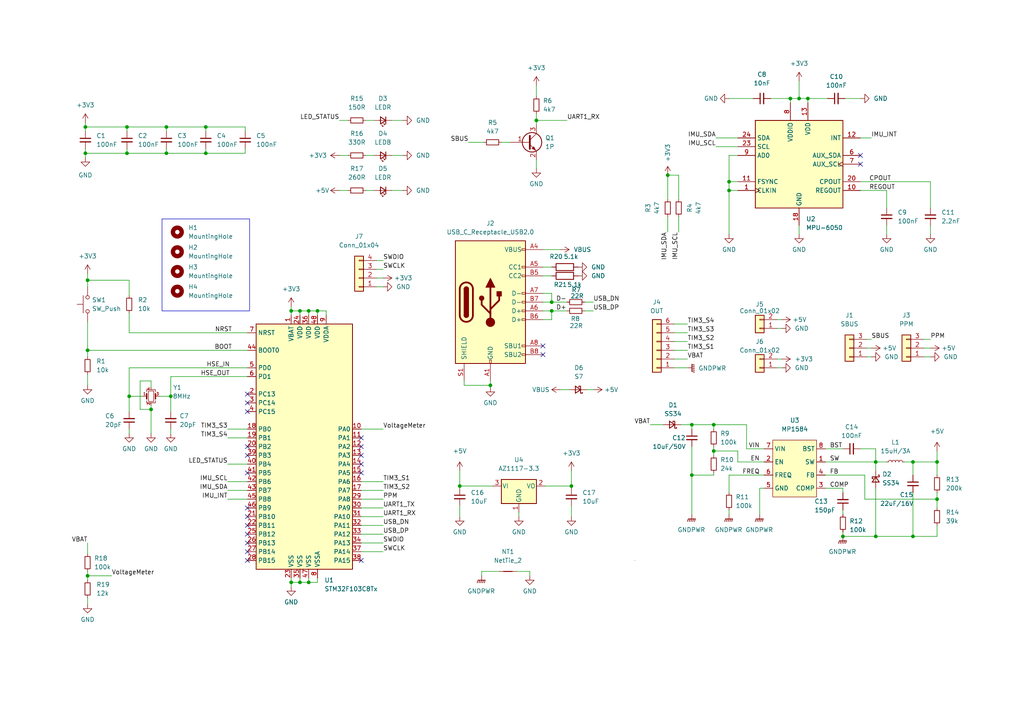
<source format=kicad_sch>
(kicad_sch (version 20250114) (generator "eeschema") (generator_version "9.0")
  (paper "A4")
  (title_block (title "Waifu FC 2.0"))
  (rectangle (start 46.99 63.5) (end 72.39 90.17))
  (junction (at 25.4 81.28))
  (junction (at 25.4 167.005))
  (junction (at 207.01 123.19))
  (junction (at 231.775 28.575))
  (junction (at 207.01 130.81))
  (junction (at 165.735 140.97))
  (junction (at 155.575 34.925))
  (junction (at 25.4 101.6))
  (junction (at 142.24 111.76))
  (junction (at 59.69 44.45))
  (junction (at 24.765 36.83))
  (junction (at 264.795 155.575))
  (junction (at 200.66 137.795))
  (junction (at 84.455 90.17))
  (junction (at 86.995 90.17))
  (junction (at 244.475 155.575))
  (junction (at 193.675 50.8))
  (junction (at 49.53 114.935))
  (junction (at 84.455 168.91))
  (junction (at 254 133.985))
  (junction (at 59.69 36.83))
  (junction (at 24.765 44.45))
  (junction (at 92.075 90.17))
  (junction (at 48.26 36.83))
  (junction (at 160.02 90.17))
  (junction (at 211.455 55.245))
  (junction (at 36.83 44.45))
  (junction (at 234.315 28.575))
  (junction (at 48.26 44.45))
  (junction (at 200.66 123.19))
  (junction (at 271.78 133.985))
  (junction (at 86.995 168.91))
  (junction (at 89.535 168.91))
  (junction (at 37.465 114.935))
  (junction (at 89.535 90.17))
  (junction (at 229.235 28.575))
  (junction (at 264.795 133.985))
  (junction (at 271.78 144.78))
  (junction (at 43.815 118.745))
  (junction (at 254 155.575))
  (junction (at 211.455 52.705))
  (junction (at 160.02 87.63))
  (junction (at 133.35 140.97))
  (junction (at 36.83 36.83))
  (no_connect (at 104.775 134.62))
  (no_connect (at 104.775 137.16))
  (no_connect (at 71.755 129.54))
  (no_connect (at 71.755 132.08))
  (no_connect (at 71.755 137.16))
  (no_connect (at 71.755 147.32))
  (no_connect (at 104.775 132.08))
  (no_connect (at 71.755 152.4))
  (no_connect (at 71.755 160.02))
  (no_connect (at 104.775 129.54))
  (no_connect (at 71.755 157.48))
  (no_connect (at 71.755 149.86))
  (no_connect (at 104.775 162.56))
  (no_connect (at 104.775 127))
  (no_connect (at 157.48 100.33))
  (no_connect (at 157.48 102.87))
  (no_connect (at 249.555 45.085))
  (no_connect (at 249.555 47.625))
  (no_connect (at 71.755 162.56))
  (no_connect (at 71.755 119.38))
  (no_connect (at 71.755 116.84))
  (no_connect (at 71.755 114.3))
  (no_connect (at 71.755 154.94))
  (wire (pts (xy 170.18 113.03) (xy 172.085 113.03)))
  (wire (pts (xy 86.995 168.91) (xy 89.535 168.91)))
  (wire (pts (xy 66.04 144.78) (xy 71.755 144.78)))
  (wire (pts (xy 200.66 137.795) (xy 200.66 149.225)))
  (wire (pts (xy 257.175 65.405) (xy 257.175 67.945)))
  (wire (pts (xy 104.775 160.02) (xy 111.125 160.02)))
  (wire (pts (xy 84.455 88.9) (xy 84.455 90.17)))
  (wire (pts (xy 155.575 46.355) (xy 155.575 48.895)))
  (wire (pts (xy 59.69 44.45) (xy 71.12 44.45)))
  (wire (pts (xy 84.455 167.64) (xy 84.455 168.91)))
  (wire (pts (xy 86.995 90.17) (xy 89.535 90.17)))
  (wire (pts (xy 195.58 101.6) (xy 199.39 101.6)))
  (wire (pts (xy 48.26 43.18) (xy 48.26 44.45)))
  (wire (pts (xy 59.69 36.83) (xy 71.12 36.83)))
  (wire (pts (xy 98.425 45.085) (xy 100.965 45.085)))
  (wire (pts (xy 37.465 96.52) (xy 71.755 96.52)))
  (wire (pts (xy 157.48 87.63) (xy 160.02 87.63)))
  (wire (pts (xy 104.775 144.78) (xy 111.125 144.78)))
  (wire (pts (xy 104.775 154.94) (xy 111.125 154.94)))
  (wire (pts (xy 149.86 165.735) (xy 153.67 165.735)))
  (wire (pts (xy 104.775 124.46) (xy 111.125 124.46)))
  (wire (pts (xy 271.78 155.575) (xy 264.795 155.575)))
  (wire (pts (xy 207.645 40.005) (xy 213.995 40.005)))
  (wire (pts (xy 254 155.575) (xy 244.475 155.575)))
  (wire (pts (xy 113.665 34.925) (xy 116.84 34.925)))
  (wire (pts (xy 25.4 173.355) (xy 25.4 175.26)))
  (wire (pts (xy 92.075 168.91) (xy 92.075 167.64)))
  (wire (pts (xy 133.35 146.685) (xy 133.35 149.86)))
  (wire (pts (xy 25.4 157.48) (xy 25.4 160.655)))
  (wire (pts (xy 49.53 109.22) (xy 71.755 109.22)))
  (wire (pts (xy 155.575 34.925) (xy 155.575 36.195)))
  (wire (pts (xy 160.02 92.71) (xy 160.02 90.17)))
  (wire (pts (xy 193.675 67.31) (xy 193.675 62.865)))
  (wire (pts (xy 267.97 100.965) (xy 269.875 100.965)))
  (wire (pts (xy 267.97 103.505) (xy 269.875 103.505)))
  (wire (pts (xy 250.825 144.78) (xy 271.78 144.78)))
  (wire (pts (xy 113.665 55.245) (xy 116.84 55.245)))
  (wire (pts (xy 249.555 55.245) (xy 257.175 55.245)))
  (wire (pts (xy 211.455 28.575) (xy 218.44 28.575)))
  (wire (pts (xy 225.425 106.68) (xy 226.695 106.68)))
  (wire (pts (xy 169.545 90.17) (xy 172.085 90.17)))
  (wire (pts (xy 139.7 165.735) (xy 139.7 167.005)))
  (wire (pts (xy 40.64 110.49) (xy 40.64 118.745)))
  (wire (pts (xy 162.56 113.03) (xy 165.1 113.03)))
  (wire (pts (xy 211.455 45.085) (xy 211.455 52.705)))
  (wire (pts (xy 48.26 36.83) (xy 48.26 38.1)))
  (wire (pts (xy 271.78 144.78) (xy 271.78 147.32)))
  (wire (pts (xy 264.795 133.985) (xy 271.78 133.985)))
  (wire (pts (xy 25.4 101.6) (xy 25.4 103.505)))
  (wire (pts (xy 207.01 137.16) (xy 207.01 137.795)))
  (wire (pts (xy 71.12 44.45) (xy 71.12 43.18)))
  (wire (pts (xy 106.045 45.085) (xy 108.585 45.085)))
  (wire (pts (xy 48.26 44.45) (xy 59.69 44.45)))
  (wire (pts (xy 25.4 167.005) (xy 32.385 167.005)))
  (wire (pts (xy 113.665 45.085) (xy 116.84 45.085)))
  (wire (pts (xy 40.64 118.745) (xy 43.815 118.745)))
  (wire (pts (xy 234.315 29.845) (xy 234.315 28.575)))
  (wire (pts (xy 197.485 123.19) (xy 200.66 123.19)))
  (wire (pts (xy 271.78 133.985) (xy 271.78 137.795)))
  (wire (pts (xy 254 130.175) (xy 254 133.985)))
  (wire (pts (xy 43.815 112.395) (xy 43.815 110.49)))
  (wire (pts (xy 213.995 133.985) (xy 213.995 130.81)))
  (wire (pts (xy 43.815 117.475) (xy 43.815 118.745)))
  (wire (pts (xy 135.89 41.275) (xy 140.335 41.275)))
  (wire (pts (xy 269.875 52.705) (xy 269.875 60.325)))
  (wire (pts (xy 245.11 28.575) (xy 249.555 28.575)))
  (wire (pts (xy 25.4 81.28) (xy 37.465 81.28)))
  (wire (pts (xy 221.615 133.985) (xy 213.995 133.985)))
  (wire (pts (xy 271.78 152.4) (xy 271.78 155.575)))
  (wire (pts (xy 24.765 44.45) (xy 24.765 45.72)))
  (wire (pts (xy 165.735 140.97) (xy 165.735 141.605)))
  (wire (pts (xy 160.02 85.09) (xy 160.02 87.63)))
  (wire (pts (xy 220.345 149.225) (xy 220.345 141.605)))
  (wire (pts (xy 262.255 133.985) (xy 264.795 133.985)))
  (wire (pts (xy 37.465 125.73) (xy 37.465 124.46)))
  (wire (pts (xy 84.455 168.91) (xy 86.995 168.91)))
  (wire (pts (xy 157.48 92.71) (xy 160.02 92.71)))
  (wire (pts (xy 133.35 136.525) (xy 133.35 140.97)))
  (wire (pts (xy 155.575 34.925) (xy 164.465 34.925)))
  (wire (pts (xy 231.775 28.575) (xy 234.315 28.575)))
  (wire (pts (xy 36.83 36.83) (xy 36.83 38.1)))
  (wire (pts (xy 36.83 36.83) (xy 48.26 36.83)))
  (wire (pts (xy 86.995 90.17) (xy 86.995 91.44)))
  (wire (pts (xy 155.575 24.765) (xy 155.575 27.94)))
  (wire (pts (xy 229.235 29.845) (xy 229.235 28.575)))
  (wire (pts (xy 134.62 111.76) (xy 142.24 111.76)))
  (wire (pts (xy 49.53 114.935) (xy 49.53 109.22)))
  (wire (pts (xy 195.58 106.68) (xy 199.39 106.68)))
  (wire (pts (xy 271.78 142.875) (xy 271.78 144.78)))
  (wire (pts (xy 207.01 137.795) (xy 200.66 137.795)))
  (wire (pts (xy 200.66 123.19) (xy 207.01 123.19)))
  (wire (pts (xy 37.465 106.68) (xy 71.755 106.68)))
  (wire (pts (xy 66.04 142.24) (xy 71.755 142.24)))
  (wire (pts (xy 239.395 130.175) (xy 244.475 130.175)))
  (wire (pts (xy 169.545 87.63) (xy 172.085 87.63)))
  (wire (pts (xy 200.66 123.19) (xy 200.66 124.46)))
  (wire (pts (xy 211.455 137.795) (xy 211.455 142.875)))
  (wire (pts (xy 66.04 139.7) (xy 71.755 139.7)))
  (wire (pts (xy 59.69 43.18) (xy 59.69 44.45)))
  (wire (pts (xy 150.495 148.59) (xy 150.495 149.86)))
  (wire (pts (xy 225.425 92.71) (xy 226.695 92.71)))
  (wire (pts (xy 104.775 139.7) (xy 111.125 139.7)))
  (wire (pts (xy 37.465 114.935) (xy 41.275 114.935)))
  (wire (pts (xy 142.24 110.49) (xy 142.24 111.76)))
  (wire (pts (xy 106.045 55.245) (xy 108.585 55.245)))
  (wire (pts (xy 37.465 114.935) (xy 37.465 106.68)))
  (wire (pts (xy 36.83 43.18) (xy 36.83 44.45)))
  (wire (pts (xy 195.58 99.06) (xy 199.39 99.06)))
  (wire (pts (xy 43.815 110.49) (xy 40.64 110.49)))
  (wire (pts (xy 244.475 154.305) (xy 244.475 155.575)))
  (wire (pts (xy 25.4 79.375) (xy 25.4 81.28)))
  (wire (pts (xy 59.69 36.83) (xy 59.69 38.1)))
  (wire (pts (xy 25.4 101.6) (xy 71.755 101.6)))
  (wire (pts (xy 207.645 42.545) (xy 213.995 42.545)))
  (wire (pts (xy 249.555 130.175) (xy 254 130.175)))
  (wire (pts (xy 89.535 168.91) (xy 92.075 168.91)))
  (wire (pts (xy 84.455 90.17) (xy 86.995 90.17)))
  (wire (pts (xy 104.775 142.24) (xy 111.125 142.24)))
  (wire (pts (xy 200.66 129.54) (xy 200.66 137.795)))
  (wire (pts (xy 144.78 165.735) (xy 139.7 165.735)))
  (wire (pts (xy 264.795 142.875) (xy 264.795 155.575)))
  (wire (pts (xy 196.85 50.8) (xy 193.675 50.8)))
  (wire (pts (xy 207.01 123.19) (xy 216.535 123.19)))
  (wire (pts (xy 106.045 34.925) (xy 108.585 34.925)))
  (wire (pts (xy 89.535 167.64) (xy 89.535 168.91)))
  (wire (pts (xy 109.22 78.105) (xy 111.125 78.105)))
  (wire (pts (xy 104.775 157.48) (xy 111.125 157.48)))
  (wire (pts (xy 157.48 85.09) (xy 160.02 85.09)))
  (wire (pts (xy 104.775 147.32) (xy 111.125 147.32)))
  (wire (pts (xy 89.535 90.17) (xy 89.535 91.44)))
  (wire (pts (xy 109.22 80.645) (xy 111.125 80.645)))
  (wire (pts (xy 66.04 134.62) (xy 71.755 134.62)))
  (wire (pts (xy 157.48 77.47) (xy 160.02 77.47)))
  (wire (pts (xy 211.455 147.955) (xy 211.455 149.225)))
  (wire (pts (xy 244.475 141.605) (xy 244.475 142.875)))
  (wire (pts (xy 234.315 28.575) (xy 240.03 28.575)))
  (wire (pts (xy 249.555 52.705) (xy 269.875 52.705)))
  (wire (pts (xy 142.875 140.97) (xy 133.35 140.97)))
  (wire (pts (xy 207.01 129.54) (xy 207.01 130.81)))
  (wire (pts (xy 133.35 140.97) (xy 133.35 141.605)))
  (wire (pts (xy 195.58 96.52) (xy 199.39 96.52)))
  (wire (pts (xy 271.78 130.81) (xy 271.78 133.985)))
  (wire (pts (xy 157.48 80.01) (xy 160.02 80.01)))
  (wire (pts (xy 160.02 90.17) (xy 164.465 90.17)))
  (wire (pts (xy 25.4 167.005) (xy 25.4 168.275)))
  (wire (pts (xy 25.4 165.735) (xy 25.4 167.005)))
  (wire (pts (xy 223.52 28.575) (xy 229.235 28.575)))
  (wire (pts (xy 225.425 95.25) (xy 226.695 95.25)))
  (wire (pts (xy 160.02 87.63) (xy 164.465 87.63)))
  (wire (pts (xy 220.345 141.605) (xy 221.615 141.605)))
  (wire (pts (xy 239.395 141.605) (xy 244.475 141.605)))
  (wire (pts (xy 251.46 103.505) (xy 252.73 103.505)))
  (wire (pts (xy 24.765 36.83) (xy 36.83 36.83)))
  (wire (pts (xy 98.425 55.245) (xy 100.965 55.245)))
  (wire (pts (xy 142.24 111.76) (xy 142.24 112.395)))
  (wire (pts (xy 211.455 55.245) (xy 211.455 67.945)))
  (wire (pts (xy 264.795 155.575) (xy 254 155.575)))
  (wire (pts (xy 48.26 36.83) (xy 59.69 36.83)))
  (wire (pts (xy 153.67 165.735) (xy 153.67 167.005)))
  (polyline (pts (xy 184.15 162.56) (xy 184.15 162.56)) (stroke (width 0) (type dash)))
  (wire (pts (xy 66.04 127) (xy 71.755 127)))
  (wire (pts (xy 254 133.985) (xy 254 136.525)))
  (wire (pts (xy 250.825 137.795) (xy 250.825 144.78)))
  (wire (pts (xy 213.995 130.81) (xy 207.01 130.81)))
  (wire (pts (xy 104.775 152.4) (xy 111.125 152.4)))
  (wire (pts (xy 196.85 67.31) (xy 196.85 62.865)))
  (wire (pts (xy 49.53 125.73) (xy 49.53 124.46)))
  (wire (pts (xy 188.595 123.19) (xy 192.405 123.19)))
  (wire (pts (xy 249.555 40.005) (xy 252.73 40.005)))
  (wire (pts (xy 251.46 98.425) (xy 252.73 98.425)))
  (wire (pts (xy 207.01 130.81) (xy 207.01 132.08)))
  (wire (pts (xy 92.075 90.17) (xy 92.075 91.44)))
  (wire (pts (xy 251.46 100.965) (xy 252.73 100.965)))
  (wire (pts (xy 36.83 44.45) (xy 48.26 44.45)))
  (wire (pts (xy 37.465 81.28) (xy 37.465 85.725)))
  (wire (pts (xy 165.735 136.525) (xy 165.735 140.97)))
  (wire (pts (xy 158.115 140.97) (xy 165.735 140.97)))
  (wire (pts (xy 157.48 90.17) (xy 160.02 90.17)))
  (wire (pts (xy 86.995 167.64) (xy 86.995 168.91)))
  (wire (pts (xy 195.58 104.14) (xy 199.39 104.14)))
  (wire (pts (xy 66.04 124.46) (xy 71.755 124.46)))
  (wire (pts (xy 221.615 137.795) (xy 211.455 137.795)))
  (wire (pts (xy 24.765 36.83) (xy 24.765 38.1)))
  (wire (pts (xy 157.48 72.39) (xy 162.56 72.39)))
  (wire (pts (xy 24.765 43.18) (xy 24.765 44.45)))
  (wire (pts (xy 25.4 81.28) (xy 25.4 83.185)))
  (wire (pts (xy 254 133.985) (xy 257.175 133.985)))
  (wire (pts (xy 24.765 35.56) (xy 24.765 36.83)))
  (wire (pts (xy 98.425 34.925) (xy 100.965 34.925)))
  (wire (pts (xy 239.395 137.795) (xy 250.825 137.795)))
  (wire (pts (xy 225.425 104.14) (xy 226.695 104.14)))
  (wire (pts (xy 196.85 57.785) (xy 196.85 50.8)))
  (wire (pts (xy 155.575 33.02) (xy 155.575 34.925)))
  (wire (pts (xy 46.355 114.935) (xy 49.53 114.935)))
  (wire (pts (xy 193.675 57.785) (xy 193.675 50.8)))
  (wire (pts (xy 89.535 90.17) (xy 92.075 90.17)))
  (wire (pts (xy 244.475 147.955) (xy 244.475 149.225)))
  (wire (pts (xy 134.62 110.49) (xy 134.62 111.76)))
  (wire (pts (xy 211.455 52.705) (xy 211.455 55.245)))
  (wire (pts (xy 24.765 44.45) (xy 36.83 44.45)))
  (wire (pts (xy 211.455 52.705) (xy 213.995 52.705)))
  (wire (pts (xy 71.12 36.83) (xy 71.12 38.1)))
  (wire (pts (xy 213.995 45.085) (xy 211.455 45.085)))
  (wire (pts (xy 84.455 90.17) (xy 84.455 91.44)))
  (wire (pts (xy 25.4 93.345) (xy 25.4 101.6)))
  (wire (pts (xy 229.235 28.575) (xy 231.775 28.575)))
  (wire (pts (xy 49.53 114.935) (xy 49.53 119.38)))
  (wire (pts (xy 165.735 146.685) (xy 165.735 149.86)))
  (wire (pts (xy 43.815 118.745) (xy 43.815 125.73)))
  (wire (pts (xy 216.535 130.175) (xy 221.615 130.175)))
  (wire (pts (xy 231.775 65.405) (xy 231.775 67.945)))
  (wire (pts (xy 211.455 55.245) (xy 213.995 55.245)))
  (wire (pts (xy 145.415 41.275) (xy 147.955 41.275)))
  (wire (pts (xy 257.175 55.245) (xy 257.175 60.325)))
  (wire (pts (xy 94.615 90.17) (xy 94.615 91.44)))
  (wire (pts (xy 267.97 98.425) (xy 269.875 98.425)))
  (wire (pts (xy 207.01 123.19) (xy 207.01 124.46)))
  (wire (pts (xy 37.465 90.805) (xy 37.465 96.52)))
  (wire (pts (xy 239.395 133.985) (xy 254 133.985)))
  (wire (pts (xy 254 141.605) (xy 254 155.575)))
  (wire (pts (xy 231.775 23.495) (xy 231.775 28.575)))
  (wire (pts (xy 37.465 119.38) (xy 37.465 114.935)))
  (wire (pts (xy 195.58 93.98) (xy 199.39 93.98)))
  (wire (pts (xy 104.775 149.86) (xy 111.125 149.86)))
  (wire (pts (xy 109.22 75.565) (xy 111.125 75.565)))
  (wire (pts (xy 109.22 83.185) (xy 111.125 83.185)))
  (wire (pts (xy 269.875 65.405) (xy 269.875 67.945)))
  (wire (pts (xy 84.455 168.91) (xy 84.455 170.18)))
  (wire (pts (xy 216.535 123.19) (xy 216.535 130.175)))
  (wire (pts (xy 264.795 133.985) (xy 264.795 137.795)))
  (wire (pts (xy 92.075 90.17) (xy 94.615 90.17)))
  (wire (pts (xy 25.4 108.585) (xy 25.4 111.76)))
  (label "IMU_SDA" (at 207.645 40.005 180))
  (label "IMU_SDA" (at 66.04 142.24 180))
  (label "LED_STATUS" (at 98.425 34.925 180))
  (label "UART1_TX" (at 111.125 147.32 0))
  (label "BST" (at 240.665 130.175 0))
  (label "IMU_SCL" (at 196.85 67.31 270))
  (label "IMU_INT" (at 252.73 40.005 0))
  (label "TIM3_S1" (at 111.125 139.7 0))
  (label "VBAT" (at 188.595 123.19 180))
  (label "VIN" (at 220.345 130.175 180))
  (label "SWDIO" (at 111.125 157.48 0))
  (label "VBAT" (at 25.4 157.48 180))
  (label "SBUS" (at 135.89 41.275 180))
  (label "UART1_RX" (at 164.465 34.925 0))
  (label "TIM3_S3" (at 66.04 124.46 180))
  (label "TIM3_S2" (at 111.125 142.24 0))
  (label "NRST" (at 67.31 96.52 180))
  (label "IMU_SCL" (at 207.645 42.545 180))
  (label "PPM" (at 269.875 98.425 0))
  (label "COMP" (at 240.665 141.605 0))
  (label "D-" (at 161.29 87.63 0))
  (label "BOOT" (at 67.31 101.6 180))
  (label "USB_DP" (at 172.085 90.17 0))
  (label "SW" (at 240.665 133.985 0))
  (label "SWCLK" (at 111.125 160.02 0))
  (label "TIM3_S3" (at 199.39 96.52 0))
  (label "FREQ" (at 220.345 137.795 180))
  (label "SBUS" (at 252.73 98.425 0))
  (label "REGOUT" (at 252.095 55.245 0))
  (label "LED_STATUS" (at 66.04 134.62 180))
  (label "D+" (at 161.29 90.17 0))
  (label "PPM" (at 111.125 144.78 0))
  (label "FB" (at 240.665 137.795 0))
  (label "IMU_INT" (at 66.04 144.78 180))
  (label "TIM3_S1" (at 199.39 101.6 0))
  (label "VoltageMeter" (at 111.125 124.46 0))
  (label "TIM3_S2" (at 199.39 99.06 0))
  (label "USB_DP" (at 111.125 154.94 0))
  (label "VoltageMeter" (at 32.385 167.005 0))
  (label "SWDIO" (at 111.125 75.565 0))
  (label "USB_DN" (at 111.125 152.4 0))
  (label "SWCLK" (at 111.125 78.105 0))
  (label "VBAT" (at 199.39 104.14 0))
  (label "IMU_SCL" (at 66.04 139.7 180))
  (label "USB_DN" (at 172.085 87.63 0))
  (label "IMU_SDA" (at 193.675 67.31 270))
  (label "UART1_RX" (at 111.125 149.86 0))
  (label "HSE_OUT" (at 66.675 109.22 180))
  (label "CPOUT" (at 252.095 52.705 0))
  (label "TIM3_S4" (at 66.04 127 180))
  (label "TIM3_S4" (at 199.39 93.98 0))
  (label "EN" (at 220.345 133.985 180))
  (label "HSE_IN" (at 66.675 106.68 180))
  (symbol (lib_id "power:GND") (at 150.495 149.86 0) (unit 1)
    (property "Reference" "#PWR031" (effects (hide yes)))
    (property "Value" "GND" (at 150.495 154.305 0))
  )
  (symbol (lib_id "Device:C_Small") (at 257.175 62.865 0) (unit 1)
    (property "Reference" "C9" (at 260.35 61.6012 0) (effects (justify left)))
    (property "Value" "100nF" (at 260.35 64.1412 0) (effects (justify left)))
    (property "Footprint" "Capacitor_SMD:C_0402_1005Metric" (effects (hide yes)))
  )
  (symbol (lib_id "power:GND") (at 269.875 103.505 90) (unit 1)
    (property "Reference" "#PWR027" (effects (hide yes)))
    (property "Value" "GND" (at 273.685 103.5049 90) (effects (justify right)))
  )
  (symbol (lib_id "Device:R_Small") (at 25.4 170.815 180) (unit 1)
    (property "Reference" "R19" (at 27.94 169.5449 0) (effects (justify right)))
    (property "Value" "12k" (at 27.94 172.0849 0) (effects (justify right)))
    (property "Footprint" "Resistor_SMD:R_0402_1005Metric" (effects (hide yes)))
  )
  (symbol (lib_id "Device:R_Small") (at 271.78 149.86 180) (unit 1)
    (property "Reference" "R14" (at 274.32 148.5899 0) (effects (justify right)))
    (property "Value" "39k" (at 274.32 151.1299 0) (effects (justify right)))
    (property "Footprint" "Resistor_SMD:R_0402_1005Metric" (effects (hide yes)))
  )
  (symbol (lib_id "myCustomLibs:MP1584") (at 230.505 135.255 0) (unit 1)
    (property "Reference" "U3" (at 230.505 121.92 0))
    (property "Value" "MP1584" (at 230.505 124.46 0))
    (property "Footprint" "Package_SO:SOIC-8-1EP_3.9x4.9mm_P1.27mm_EP2.29x3mm_ThermalVias" (effects (hide yes)))
  )
  (symbol (lib_id "Device:R") (at 163.83 77.47 90) (unit 1)
    (property "Reference" "R20" (at 161.29 74.422 90))
    (property "Value" "5.1k" (at 165.608 74.422 90))
    (property "Footprint" "Resistor_SMD:R_0402_1005Metric" (effects (hide yes)))
    (property "Description" "Resistor" (effects (hide yes)))
  )
  (symbol (lib_id "power:GND") (at 84.455 170.18 0) (unit 1)
    (property "Reference" "#PWR08" (effects (hide yes)))
    (property "Value" "GND" (at 84.455 174.625 0))
  )
  (symbol (lib_id "Device:Crystal_GND24_Small") (at 43.815 114.935 0) (unit 1)
    (property "Reference" "Y1" (at 51.435 112.395 0))
    (property "Value" "8MHz" (at 52.705 114.935 0))
    (property "Footprint" "Crystal:Crystal_SMD_3225-4Pin_3.2x2.5mm" (effects (hide yes)))
  )
  (symbol (lib_id "power:GND") (at 116.84 34.925 90) (unit 1)
    (property "Reference" "#PWR037" (effects (hide yes)))
    (property "Value" "GND" (at 120.65 34.9249 90) (effects (justify right)))
  )
  (symbol (lib_id "Device:R_Small") (at 207.01 127 180) (unit 1)
    (property "Reference" "R9" (at 208.915 125.7299 0) (effects (justify right)))
    (property "Value" "100k" (at 208.915 128.2699 0) (effects (justify right)))
    (property "Footprint" "Resistor_SMD:R_0402_1005Metric" (effects (hide yes)))
  )
  (symbol (lib_id "power:+3.3V") (at 111.125 80.645 270) (unit 1)
    (property "Reference" "#PWR051" (effects (hide yes)))
    (property "Value" "+3V3" (at 114.3 80.6449 90) (effects (justify left)))
  )
  (symbol (lib_id "power:GNDPWR") (at 244.475 155.575 0) (unit 1)
    (property "Reference" "#PWR025" (effects (hide yes)))
    (property "Value" "GNDPWR" (at 244.348 160.02 0))
  )
  (symbol (lib_id "Device:R_Small") (at 196.85 60.325 0) (unit 1)
    (property "Reference" "R4" (at 200.025 60.325 90))
    (property "Value" "4k7" (at 202.565 60.325 90))
    (property "Footprint" "Resistor_SMD:R_0402_1005Metric" (effects (hide yes)))
  )
  (symbol (lib_id "Device:R_Small") (at 103.505 34.925 270) (unit 1)
    (property "Reference" "R15" (at 103.505 28.575 90))
    (property "Value" "150R" (at 103.505 31.115 90))
    (property "Footprint" "Resistor_SMD:R_0402_1005Metric" (effects (hide yes)))
  )
  (symbol (lib_id "power:GND") (at 211.455 67.945 0) (unit 1)
    (property "Reference" "#PWR010" (effects (hide yes)))
    (property "Value" "GND" (at 211.455 72.39 0))
  )
  (symbol (lib_id "power:+5V") (at 133.35 136.525 0) (unit 1)
    (property "Reference" "#PWR029" (effects (hide yes)))
    (property "Value" "+5V" (at 133.35 130.81 0))
  )
  (symbol (lib_id "Device:C_Small") (at 49.53 121.92 180) (unit 1)
    (property "Reference" "C7" (at 52.07 120.6435 0) (effects (justify right)))
    (property "Value" "20pF" (at 52.07 123.1835 0) (effects (justify right)))
    (property "Footprint" "Capacitor_SMD:C_0402_1005Metric" (effects (hide yes)))
  )
  (symbol (lib_id "power:+5V") (at 226.695 92.71 270) (unit 1)
    (property "Reference" "#PWR045" (effects (hide yes)))
    (property "Value" "+5V" (at 229.87 92.7099 90) (effects (justify left)))
  )
  (symbol (lib_id "Device:R_Small") (at 37.465 88.265 180) (unit 1)
    (property "Reference" "R2" (at 40.005 86.9949 0) (effects (justify right)))
    (property "Value" "10k" (at 40.005 89.5349 0) (effects (justify right)))
    (property "Footprint" "Resistor_SMD:R_0402_1005Metric" (effects (hide yes)))
  )
  (symbol (lib_id "Device:C_Small") (at 24.765 40.64 0) (unit 1)
    (property "Reference" "C1" (at 27.94 39.3762 0) (effects (justify left)))
    (property "Value" "100nF" (at 27.94 41.9162 0) (effects (justify left)))
    (property "Footprint" "Capacitor_SMD:C_0402_1005Metric" (effects (hide yes)))
  )
  (symbol (lib_id "Device:C_Small") (at 244.475 145.415 180) (unit 1)
    (property "Reference" "C13" (at 236.22 145.415 0) (effects (justify right)))
    (property "Value" "150pF" (at 236.22 147.955 0) (effects (justify right)))
    (property "Footprint" "Capacitor_SMD:C_0402_1005Metric" (effects (hide yes)))
  )
  (symbol (lib_id "Device:D_Schottky_Small") (at 194.945 123.19 180) (unit 1)
    (property "Reference" "D1" (at 195.199 117.475 0))
    (property "Value" "SS34" (at 195.199 120.015 0))
    (property "Footprint" "Diode_SMD:D_SMA" (effects (hide yes)))
  )
  (symbol (lib_id "power:GND") (at 49.53 125.73 0) (unit 1)
    (property "Reference" "#PWR07" (effects (hide yes)))
    (property "Value" "GND" (at 49.53 130.175 0))
  )
  (symbol (lib_id "Device:C_Small") (at 200.66 127 0) (unit 1)
    (property "Reference" "C12" (at 194.945 127 0) (effects (justify left)))
    (property "Value" "10uF/50V" (at 189.23 129.54 0) (effects (justify left)))
    (property "Footprint" "Capacitor_SMD:C_1206_3216Metric" (effects (hide yes)))
  )
  (symbol (lib_id "Device:R_Small") (at 207.01 134.62 180) (unit 1)
    (property "Reference" "R10" (at 208.915 133.3499 0) (effects (justify right)))
    (property "Value" "24k" (at 208.915 135.8899 0) (effects (justify right)))
    (property "Footprint" "Resistor_SMD:R_0402_1005Metric" (effects (hide yes)))
  )
  (symbol (lib_id "Device:C_Small") (at 37.465 121.92 180) (unit 1)
    (property "Reference" "C6" (at 30.48 120.65 0) (effects (justify right)))
    (property "Value" "20pF" (at 30.48 123.19 0) (effects (justify right)))
    (property "Footprint" "Capacitor_SMD:C_0402_1005Metric" (effects (hide yes)))
  )
  (symbol (lib_id "Device:C_Small") (at 220.98 28.575 90) (unit 1)
    (property "Reference" "C8" (at 220.9863 21.59 90))
    (property "Value" "10nF" (at 220.9863 24.13 90))
    (property "Footprint" "Capacitor_SMD:C_0402_1005Metric" (effects (hide yes)))
  )
  (symbol (lib_id "Device:C_Small") (at 133.35 144.145 0) (unit 1)
    (property "Reference" "C16" (at 136.525 142.8812 0) (effects (justify left)))
    (property "Value" "10uF" (at 136.525 145.4212 0) (effects (justify left)))
    (property "Footprint" "Capacitor_SMD:C_0805_2012Metric" (effects (hide yes)))
  )
  (symbol (lib_id "power:GNDPWR") (at 199.39 106.68 90) (unit 1)
    (property "Reference" "#PWR042" (effects (hide yes)))
    (property "Value" "GNDPWR" (at 202.565 106.8069 90) (effects (justify right)))
  )
  (symbol (lib_id "power:VBUS") (at 162.56 113.03 90) (unit 1)
    (property "Reference" "#PWR049" (effects (hide yes)))
    (property "Value" "VBUS" (at 154.305 113.03 90) (effects (justify right)))
  )
  (symbol (lib_id "power:GNDPWR") (at 220.345 149.225 0) (unit 1)
    (property "Reference" "#PWR036" (effects (hide yes)))
    (property "Value" "GNDPWR" (at 220.218 153.67 0))
  )
  (symbol (lib_id "power:+5V") (at 252.73 100.965 270) (unit 1)
    (property "Reference" "#PWR019" (effects (hide yes)))
    (property "Value" "+5V" (at 255.905 100.9649 90) (effects (justify left)))
  )
  (symbol (lib_id "Device:D_Schottky_Small") (at 167.64 113.03 180) (unit 1)
    (property "Reference" "D6" (at 167.894 106.68 0))
    (property "Value" "S7" (at 167.894 109.22 0))
    (property "Footprint" "Diode_SMD:D_SOD-123" (effects (hide yes)))
  )
  (symbol (lib_id "power:+3.3V") (at 231.775 23.495 0) (unit 1)
    (property "Reference" "#PWR011" (effects (hide yes)))
    (property "Value" "+3V3" (at 231.775 18.415 0))
  )
  (symbol (lib_id "power:GND") (at 211.455 28.575 270) (unit 1)
    (property "Reference" "#PWR09" (effects (hide yes)))
    (property "Value" "GND" (at 208.28 28.5749 90) (effects (justify right)))
  )
  (symbol (lib_id "power:GND") (at 24.765 45.72 0) (unit 1)
    (property "Reference" "#PWR02" (effects (hide yes)))
    (property "Value" "GND" (at 24.765 50.8 0))
  )
  (symbol (lib_id "power:GND") (at 252.73 103.505 90) (unit 1)
    (property "Reference" "#PWR020" (effects (hide yes)))
    (property "Value" "GND" (at 256.54 103.5049 90) (effects (justify right)))
  )
  (symbol (lib_id "power:+3.3V") (at 155.575 24.765 0) (unit 1)
    (property "Reference" "#PWR017" (effects (hide yes)))
    (property "Value" "+3V3" (at 155.575 19.685 0))
  )
  (symbol (lib_id "power:GND") (at 116.84 45.085 90) (unit 1)
    (property "Reference" "#PWR040" (effects (hide yes)))
    (property "Value" "GND" (at 120.65 45.0849 90) (effects (justify right)))
  )
  (symbol (lib_id "Connector_Generic:Conn_01x02") (at 220.345 106.68 180) (unit 1)
    (property "Reference" "J6" (at 220.345 99.06 0))
    (property "Value" "Conn_01x02" (at 220.345 101.6 0))
    (property "Footprint" "myCustomLibs:pad_01x02" (effects (hide yes)))
  )
  (symbol (lib_id "power:+5V") (at 269.875 100.965 270) (unit 1)
    (property "Reference" "#PWR026" (effects (hide yes)))
    (property "Value" "+5V" (at 273.05 100.9649 90) (effects (justify left)))
  )
  (symbol (lib_id "power:+5V") (at 271.78 130.81 0) (unit 1)
    (property "Reference" "#PWR028" (effects (hide yes)))
    (property "Value" "+5V" (at 271.78 125.095 0))
  )
  (symbol (lib_id "power:GND") (at 231.775 67.945 0) (unit 1)
    (property "Reference" "#PWR012" (effects (hide yes)))
    (property "Value" "GND" (at 231.775 72.39 0))
  )
  (symbol (lib_id "Device:R_Small") (at 193.675 60.325 0) (unit 1)
    (property "Reference" "R3" (at 187.96 60.325 90))
    (property "Value" "4k7" (at 190.5 60.325 90))
    (property "Footprint" "Resistor_SMD:R_0402_1005Metric" (effects (hide yes)))
  )
  (symbol (lib_id "Connector_Generic:Conn_01x02") (at 220.345 95.25 180) (unit 1)
    (property "Reference" "J5" (at 220.345 88.265 0))
    (property "Value" "Conn_01x02" (at 220.345 90.17 0))
    (property "Footprint" "myCustomLibs:pad_01x02" (effects (hide yes)))
  )
  (symbol (lib_id "Sensor_Motion:MPU-6050") (at 231.775 47.625 0) (unit 1)
    (property "Reference" "U2" (at 233.7944 63.5 0) (effects (justify left)))
    (property "Value" "MPU-6050" (at 233.7944 66.04 0) (effects (justify left)))
    (property "Footprint" "Sensor_Motion:InvenSense_QFN-24_4x4mm_P0.5mm" (effects (hide yes)))
    (property "Datasheet" "https://store.invensense.com/datasheets/invensense/MPU-6050_DataSheet_V3%204.pdf" (effects (hide yes)))
  )
  (symbol (lib_id "power:GND") (at 43.815 125.73 0) (unit 1)
    (property "Reference" "#PWR044" (effects (hide yes)))
    (property "Value" "GND" (at 43.815 130.175 0))
  )
  (symbol (lib_id "power:GND") (at 153.67 167.005 0) (unit 1)
    (property "Reference" "#PWR035" (effects (hide yes)))
    (property "Value" "GND" (at 153.67 171.45 0))
  )
  (symbol (lib_id "Device:L_Small") (at 259.715 133.985 90) (unit 1)
    (property "Reference" "L1" (at 259.715 128.27 90))
    (property "Value" "15uH/3A" (at 259.715 130.81 90))
    (property "Footprint" "Inductor_SMD:L_Neosid_SM-PIC0602H" (effects (hide yes)))
  )
  (symbol (lib_id "power:GNDPWR") (at 139.7 167.005 0) (unit 1)
    (property "Reference" "#PWR034" (effects (hide yes)))
    (property "Value" "GNDPWR" (at 139.573 171.45 0))
  )
  (symbol (lib_id "Device:C_Small") (at 165.735 144.145 0) (unit 1)
    (property "Reference" "C17" (at 168.91 142.8812 0) (effects (justify left)))
    (property "Value" "10uF" (at 168.91 145.4212 0) (effects (justify left)))
    (property "Footprint" "Capacitor_SMD:C_0805_2012Metric" (effects (hide yes)))
  )
  (symbol (lib_id "power:GND") (at 226.695 95.25 90) (unit 1)
    (property "Reference" "#PWR046" (effects (hide yes)))
    (property "Value" "GND" (at 230.505 95.2499 90) (effects (justify right)))
  )
  (symbol (lib_id "Device:C_Small") (at 48.26 40.64 0) (unit 1)
    (property "Reference" "C3" (at 51.435 39.3762 0) (effects (justify left)))
    (property "Value" "100nF" (at 51.435 41.9162 0) (effects (justify left)))
    (property "Footprint" "Capacitor_SMD:C_0402_1005Metric" (effects (hide yes)))
  )
  (symbol (lib_id "power:+3.3V") (at 25.4 79.375 0) (unit 1)
    (property "Reference" "#PWR04" (effects (hide yes)))
    (property "Value" "+3V3" (at 25.4 74.295 0))
  )
  (symbol (lib_id "power:GND") (at 257.175 67.945 0) (unit 1)
    (property "Reference" "#PWR014" (effects (hide yes)))
    (property "Value" "GND" (at 257.175 72.39 0))
  )
  (symbol (lib_id "Device:LED_Small") (at 111.125 45.085 180) (unit 1)
    (property "Reference" "D4" (at 111.0615 38.735 0))
    (property "Value" "LEDB" (at 111.0615 41.275 0))
    (property "Footprint" "LED_SMD:LED_0603_1608Metric" (effects (hide yes)))
  )
  (symbol (lib_id "power:GND") (at 37.465 125.73 0) (unit 1)
    (property "Reference" "#PWR06" (effects (hide yes)))
    (property "Value" "GND" (at 37.465 130.175 0))
  )
  (symbol (lib_id "power:GND") (at 155.575 48.895 0) (unit 1)
    (property "Reference" "#PWR018" (effects (hide yes)))
    (property "Value" "GND" (at 155.575 53.34 0))
  )
  (symbol (lib_id "Mechanical:MountingHole") (at 51.435 67.31 0) (unit 1)
    (property "Reference" "H1" (at 54.61 66.0399 0) (effects (justify left)))
    (property "Value" "MountingHole" (at 54.61 68.5799 0) (effects (justify left)))
    (property "Footprint" "MountingHole:MountingHole_3mm_Pad" (effects (hide yes)))
  )
  (symbol (lib_name "GND_1") (lib_id "power:GND") (at 167.64 80.01 90) (unit 1)
    (property "Reference" "#PWR054" (effects (hide yes)))
    (property "Value" "GND" (at 171.45 80.0099 90) (effects (justify right)))
    (property "Description" "Power symbol creates a global label with name \"GND\" , ground" (effects (hide yes)))
  )
  (symbol (lib_id "power:GNDPWR") (at 211.455 149.225 0) (unit 1)
    (property "Reference" "#PWR024" (effects (hide yes)))
    (property "Value" "GNDPWR" (at 211.328 153.67 0))
  )
  (symbol (lib_id "Device:R") (at 163.83 80.01 90) (unit 1)
    (property "Reference" "R21" (at 162.56 82.55 90))
    (property "Value" "5.1k" (at 166.624 82.55 90))
    (property "Footprint" "Resistor_SMD:R_0402_1005Metric" (effects (hide yes)))
    (property "Description" "Resistor" (effects (hide yes)))
  )
  (symbol (lib_id "Connector_Generic:Conn_01x04") (at 104.14 80.645 180) (unit 1)
    (property "Reference" "J7" (at 104.14 68.58 0))
    (property "Value" "Conn_01x04" (at 104.14 71.12 0))
    (property "Footprint" "myCustomLibs:pad_01x04" (effects (hide yes)))
  )
  (symbol (lib_id "power:GND") (at 133.35 149.86 0) (unit 1)
    (property "Reference" "#PWR030" (effects (hide yes)))
    (property "Value" "GND" (at 133.35 154.305 0))
  )
  (symbol (lib_id "Connector_Generic:Conn_01x03") (at 246.38 100.965 180) (unit 1)
    (property "Reference" "J1" (at 246.38 91.44 0))
    (property "Value" "SBUS" (at 246.38 93.98 0))
    (property "Footprint" "myCustomLibs:pad_01x03" (effects (hide yes)))
  )
  (symbol (lib_id "power:GNDPWR") (at 200.66 149.225 0) (unit 1)
    (property "Reference" "#PWR023" (effects (hide yes)))
    (property "Value" "GNDPWR" (at 200.533 153.67 0))
  )
  (symbol (lib_id "Device:R_Small") (at 25.4 106.045 180) (unit 1)
    (property "Reference" "R1" (at 27.94 104.7749 0) (effects (justify right)))
    (property "Value" "10k" (at 27.94 107.3149 0) (effects (justify right)))
    (property "Footprint" "Resistor_SMD:R_0402_1005Metric" (effects (hide yes)))
  )
  (symbol (lib_id "power:GND") (at 142.24 112.395 0) (unit 1)
    (property "Reference" "#PWR021" (effects (hide yes)))
    (property "Value" "GND" (at 142.24 116.84 0))
  )
  (symbol (lib_id "power:VBUS") (at 162.56 72.39 270) (unit 1)
    (property "Reference" "#PWR022" (effects (hide yes)))
    (property "Value" "VBUS" (at 166.37 72.3899 90) (effects (justify left)))
  )
  (symbol (lib_id "power:GND") (at 269.875 67.945 0) (unit 1)
    (property "Reference" "#PWR015" (effects (hide yes)))
    (property "Value" "GND" (at 269.875 72.39 0))
  )
  (symbol (lib_id "Device:C_Small") (at 59.69 40.64 0) (unit 1)
    (property "Reference" "C4" (at 62.865 39.3762 0) (effects (justify left)))
    (property "Value" "100nF" (at 62.865 41.9162 0) (effects (justify left)))
    (property "Footprint" "Capacitor_SMD:C_0402_1005Metric" (effects (hide yes)))
  )
  (symbol (lib_id "Device:NetTie_2") (at 147.32 165.735 0) (unit 1)
    (property "Reference" "NT1" (at 147.32 160.02 0))
    (property "Value" "NetTie_2" (at 147.32 162.56 0))
    (property "Footprint" "NetTie:NetTie-2_SMD_Pad2.0mm" (effects (hide yes)))
  )
  (symbol (lib_id "Device:C_Small") (at 264.795 140.335 0) (unit 1)
    (property "Reference" "C15" (at 260.985 143.51 0) (effects (justify left)))
    (property "Value" "22uF/16V" (at 255.27 146.05 0) (effects (justify left)))
    (property "Footprint" "Capacitor_SMD:C_1206_3216Metric" (effects (hide yes)))
  )
  (symbol (lib_id "Device:C_Small") (at 71.12 40.64 0) (unit 1)
    (property "Reference" "C5" (at 74.295 39.3762 0) (effects (justify left)))
    (property "Value" "100nF" (at 74.295 41.9162 0) (effects (justify left)))
    (property "Footprint" "Capacitor_SMD:C_0402_1005Metric" (effects (hide yes)))
  )
  (symbol (lib_id "power:GND") (at 116.84 55.245 90) (unit 1)
    (property "Reference" "#PWR041" (effects (hide yes)))
    (property "Value" "GND" (at 120.65 55.2449 90) (effects (justify right)))
  )
  (symbol (lib_id "Device:D_Schottky_Small") (at 254 139.065 270) (unit 1)
    (property "Reference" "D2" (at 255.905 137.5409 90) (effects (justify left)))
    (property "Value" "SS34" (at 255.905 140.0809 90) (effects (justify left)))
    (property "Footprint" "Diode_SMD:D_SMA" (effects (hide yes)))
  )
  (symbol (lib_id "Mechanical:MountingHole") (at 51.435 84.455 0) (unit 1)
    (property "Reference" "H4" (at 54.61 83.1849 0) (effects (justify left)))
    (property "Value" "MountingHole" (at 54.61 85.7249 0) (effects (justify left)))
    (property "Footprint" "MountingHole:MountingHole_3mm_Pad" (effects (hide yes)))
  )
  (symbol (lib_id "power:+3.3V") (at 24.765 35.56 0) (unit 1)
    (property "Reference" "#PWR01" (effects (hide yes)))
    (property "Value" "+3V3" (at 24.765 30.48 0))
  )
  (symbol (lib_id "power:GND") (at 25.4 175.26 0) (unit 1)
    (property "Reference" "#PWR043" (effects (hide yes)))
    (property "Value" "GND" (at 25.4 179.705 0))
  )
  (symbol (lib_id "Device:R_Small") (at 167.005 90.17 90) (unit 1)
    (property "Reference" "R8" (at 166.878 92.456 90))
    (property "Value" "22R" (at 167.132 94.488 90))
    (property "Footprint" "Resistor_SMD:R_0402_1005Metric" (effects (hide yes)))
  )
  (symbol (lib_id "Mechanical:MountingHole") (at 51.435 73.025 0) (unit 1)
    (property "Reference" "H2" (at 54.61 71.7549 0) (effects (justify left)))
    (property "Value" "MountingHole" (at 54.61 74.2949 0) (effects (justify left)))
    (property "Footprint" "MountingHole:MountingHole_3mm_Pad" (effects (hide yes)))
  )
  (symbol (lib_id "Connector_Generic:Conn_01x06") (at 190.5 101.6 180) (unit 1)
    (property "Reference" "J4" (at 190.5 87.63 0))
    (property "Value" "OUT" (at 190.5 90.17 0))
    (property "Footprint" "myCustomLibs:pad_01x06" (effects (hide yes)))
  )
  (symbol (lib_id "Device:C_Small") (at 269.875 62.865 0) (unit 1)
    (property "Reference" "C11" (at 273.05 61.6012 0) (effects (justify left)))
    (property "Value" "2.2nF" (at 273.05 64.1412 0) (effects (justify left)))
    (property "Footprint" "Capacitor_SMD:C_0402_1005Metric" (effects (hide yes)))
  )
  (symbol (lib_id "power:GND") (at 165.735 149.86 0) (unit 1)
    (property "Reference" "#PWR033" (effects (hide yes)))
    (property "Value" "GND" (at 165.735 154.305 0))
  )
  (symbol (lib_id "power:+5V") (at 172.085 113.03 270) (unit 1)
    (property "Reference" "#PWR050" (effects (hide yes)))
    (property "Value" "+5V" (at 175.26 113.0299 90) (effects (justify left)))
  )
  (symbol (lib_id "Device:Q_NPN_BEC") (at 153.035 41.275 0) (unit 1)
    (property "Reference" "Q1" (at 158.115 40.0049 0) (effects (justify left)))
    (property "Value" "1P" (at 158.115 42.5449 0) (effects (justify left)))
    (property "Footprint" "Package_TO_SOT_SMD:SOT-23" (effects (hide yes)))
  )
  (symbol (lib_id "Switch:SW_Push") (at 25.4 88.265 90) (unit 1)
    (property "Reference" "SW1" (at 26.67 86.9949 90) (effects (justify right)))
    (property "Value" "SW_Push" (at 26.67 89.5349 90) (effects (justify right)))
    (property "Footprint" "Button_Switch_SMD:SW_SPST_B3U-1000P" (effects (hide yes)))
  )
  (symbol (lib_id "Device:C_Small") (at 247.015 130.175 90) (unit 1)
    (property "Reference" "C14" (at 247.0213 123.825 90))
    (property "Value" "100nF" (at 247.0213 126.365 90))
    (property "Footprint" "Capacitor_SMD:C_0402_1005Metric" (effects (hide yes)))
  )
  (symbol (lib_id "Device:LED_Small") (at 111.125 55.245 180) (unit 1)
    (property "Reference" "D5" (at 111.0615 48.895 0))
    (property "Value" "LEDR" (at 111.0615 51.435 0))
    (property "Footprint" "LED_SMD:LED_0603_1608Metric" (effects (hide yes)))
  )
  (symbol (lib_id "power:+3.3V") (at 84.455 88.9 0) (unit 1)
    (property "Reference" "#PWR03" (effects (hide yes)))
    (property "Value" "+3V3" (at 84.455 83.82 0))
  )
  (symbol (lib_id "Device:R_Small") (at 25.4 163.195 180) (unit 1)
    (property "Reference" "R18" (at 27.305 161.9249 0) (effects (justify right)))
    (property "Value" "100k" (at 27.305 164.4649 0) (effects (justify right)))
    (property "Footprint" "Resistor_SMD:R_0402_1005Metric" (effects (hide yes)))
  )
  (symbol (lib_id "power:GND") (at 111.125 83.185 90) (unit 1)
    (property "Reference" "#PWR052" (effects (hide yes)))
    (property "Value" "GND" (at 114.935 83.1849 90) (effects (justify right)))
  )
  (symbol (lib_id "Connector:USB_C_Receptacle_USB2.0") (at 142.24 87.63 0) (unit 1)
    (property "Reference" "J2" (at 142.24 64.77 0))
    (property "Value" "USB_C_Receptacle_USB2.0" (at 142.24 67.31 0))
    (property "Footprint" "Connector_USB:USB_C_Receptacle_Palconn_UTC16-G" (effects (hide yes)))
    (property "Datasheet" "https://www.usb.org/sites/default/files/documents/usb_type-c.zip" (effects (hide yes)))
  )
  (symbol (lib_id "Mechanical:MountingHole") (at 51.435 78.74 0) (unit 1)
    (property "Reference" "H3" (at 54.61 77.4699 0) (effects (justify left)))
    (property "Value" "MountingHole" (at 54.61 80.0099 0) (effects (justify left)))
    (property "Footprint" "MountingHole:MountingHole_3mm_Pad" (effects (hide yes)))
  )
  (symbol (lib_id "Device:C_Small") (at 36.83 40.64 0) (unit 1)
    (property "Reference" "C2" (at 40.005 39.3762 0) (effects (justify left)))
    (property "Value" "100nF" (at 40.005 41.9162 0) (effects (justify left)))
    (property "Footprint" "Capacitor_SMD:C_0402_1005Metric" (effects (hide yes)))
  )
  (symbol (lib_id "Device:R_Small") (at 244.475 151.765 180) (unit 1)
    (property "Reference" "R12" (at 246.38 151.13 0) (effects (justify right)))
    (property "Value" "100k" (at 246.38 153.67 0) (effects (justify right)))
    (property "Footprint" "Resistor_SMD:R_0402_1005Metric" (effects (hide yes)))
  )
  (symbol (lib_id "power:+3.3V") (at 98.425 45.085 90) (unit 1)
    (property "Reference" "#PWR038" (effects (hide yes)))
    (property "Value" "+3V3" (at 89.535 45.085 90) (effects (justify right)))
  )
  (symbol (lib_id "power:+3.3V") (at 193.675 50.8 0) (unit 1)
    (property "Reference" "#PWR016" (effects (hide yes)))
    (property "Value" "+3V3" (at 193.6749 46.99 90) (effects (justify left)))
  )
  (symbol (lib_id "Connector_Generic:Conn_01x03") (at 262.89 100.965 180) (unit 1)
    (property "Reference" "J3" (at 262.89 91.44 0))
    (property "Value" "PPM" (at 262.89 93.98 0))
    (property "Footprint" "myCustomLibs:pad_01x03" (effects (hide yes)))
  )
  (symbol (lib_id "Device:R_Small") (at 271.78 140.335 180) (unit 1)
    (property "Reference" "R13" (at 274.32 139.0649 0) (effects (justify right)))
    (property "Value" "200k" (at 274.32 141.6049 0) (effects (justify right)))
    (property "Footprint" "Resistor_SMD:R_0402_1005Metric" (effects (hide yes)))
  )
  (symbol (lib_id "Device:C_Small") (at 242.57 28.575 90) (unit 1)
    (property "Reference" "C10" (at 242.5763 22.225 90))
    (property "Value" "100nF" (at 242.5763 24.765 90))
    (property "Footprint" "Capacitor_SMD:C_0402_1005Metric" (effects (hide yes)))
  )
  (symbol (lib_id "power:GND") (at 249.555 28.575 90) (unit 1)
    (property "Reference" "#PWR013" (effects (hide yes)))
    (property "Value" "GND" (at 253.365 28.5749 90) (effects (justify right)))
  )
  (symbol (lib_id "Device:R_Small") (at 142.875 41.275 270) (unit 1)
    (property "Reference" "R5" (at 142.875 35.56 90))
    (property "Value" "4k7" (at 142.875 38.1 90))
    (property "Footprint" "Resistor_SMD:R_0402_1005Metric" (effects (hide yes)))
  )
  (symbol (lib_id "Device:R_Small") (at 155.575 30.48 0) (unit 1)
    (property "Reference" "R6" (at 157.48 29.2099 0) (effects (justify left)))
    (property "Value" "4k7" (at 157.48 31.7499 0) (effects (justify left)))
    (property "Footprint" "Resistor_SMD:R_0402_1005Metric" (effects (hide yes)))
  )
  (symbol (lib_name "GND_1") (lib_id "power:GND") (at 167.64 77.47 90) (unit 1)
    (property "Reference" "#PWR053" (effects (hide yes)))
    (property "Value" "GND" (at 171.45 77.4699 90) (effects (justify right)))
    (property "Description" "Power symbol creates a global label with name \"GND\" , ground" (effects (hide yes)))
  )
  (symbol (lib_id "power:GND") (at 226.695 106.68 90) (unit 1)
    (property "Reference" "#PWR048" (effects (hide yes)))
    (property "Value" "GND" (at 230.505 106.6799 90) (effects (justify right)))
  )
  (symbol (lib_id "MCU_ST_STM32F1:STM32F103C8Tx") (at 89.535 129.54 0) (unit 1)
    (property "Reference" "U1" (at 94.0944 168.275 0) (effects (justify left)))
    (property "Value" "STM32F103C8Tx" (at 94.0944 170.815 0) (effects (justify left)))
    (property "Footprint" "Package_QFP:LQFP-48_7x7mm_P0.5mm" (effects (hide yes)))
    (property "Datasheet" "http://www.st.com/st-web-ui/static/active/en/resource/technical/document/datasheet/CD00161566.pdf" (effects (hide yes)))
  )
  (symbol (lib_id "Device:LED_Small") (at 111.125 34.925 180) (unit 1)
    (property "Reference" "D3" (at 111.0615 28.575 0))
    (property "Value" "LEDR" (at 111.0615 31.115 0))
    (property "Footprint" "LED_SMD:LED_0603_1608Metric" (effects (hide yes)))
  )
  (symbol (lib_id "Device:R_Small") (at 211.455 145.415 180) (unit 1)
    (property "Reference" "R11" (at 213.36 144.1449 0) (effects (justify right)))
    (property "Value" "100k" (at 213.36 146.6849 0) (effects (justify right)))
    (property "Footprint" "Resistor_SMD:R_0402_1005Metric" (effects (hide yes)))
  )
  (symbol (lib_id "power:+3.3V") (at 226.695 104.14 270) (unit 1)
    (property "Reference" "#PWR047" (effects (hide yes)))
    (property "Value" "+3V3" (at 230.505 104.1399 90) (effects (justify left)))
  )
  (symbol (lib_id "Device:R_Small") (at 167.005 87.63 90) (unit 1)
    (property "Reference" "R7" (at 167.132 84.074 90))
    (property "Value" "22R" (at 167.386 85.852 90))
    (property "Footprint" "Resistor_SMD:R_0402_1005Metric" (effects (hide yes)))
  )
  (symbol (lib_id "power:+3.3V") (at 165.735 136.525 0) (unit 1)
    (property "Reference" "#PWR032" (effects (hide yes)))
    (property "Value" "+3V3" (at 165.735 131.445 0))
  )
  (symbol (lib_id "power:+5V") (at 98.425 55.245 90) (unit 1)
    (property "Reference" "#PWR039" (effects (hide yes)))
    (property "Value" "+5V" (at 91.44 55.245 90) (effects (justify right)))
  )
  (symbol (lib_id "Device:R_Small") (at 103.505 45.085 270) (unit 1)
    (property "Reference" "R16" (at 103.505 38.735 90))
    (property "Value" "330R" (at 103.505 41.275 90))
    (property "Footprint" "Resistor_SMD:R_0402_1005Metric" (effects (hide yes)))
  )
  (symbol (lib_id "power:GND") (at 25.4 111.76 0) (unit 1)
    (property "Reference" "#PWR05" (effects (hide yes)))
    (property "Value" "GND" (at 25.4 116.205 0))
  )
  (symbol (lib_id "Regulator_Linear:AZ1117-3.3") (at 150.495 140.97 0) (unit 1)
    (property "Reference" "U4" (at 150.495 133.35 0))
    (property "Value" "AZ1117-3.3" (at 150.495 135.89 0))
    (property "Footprint" "Package_TO_SOT_SMD:SOT-89-3" (effects (hide yes)))
    (property "Datasheet" "https://www.diodes.com/assets/Datasheets/AZ1117.pdf" (effects (hide yes)))
  )
  (symbol (lib_id "Device:R_Small") (at 103.505 55.245 270) (unit 1)
    (property "Reference" "R17" (at 103.505 48.895 90))
    (property "Value" "260R" (at 103.505 51.435 90))
    (property "Footprint" "Resistor_SMD:R_0402_1005Metric" (effects (hide yes)))
  )
)
</source>
